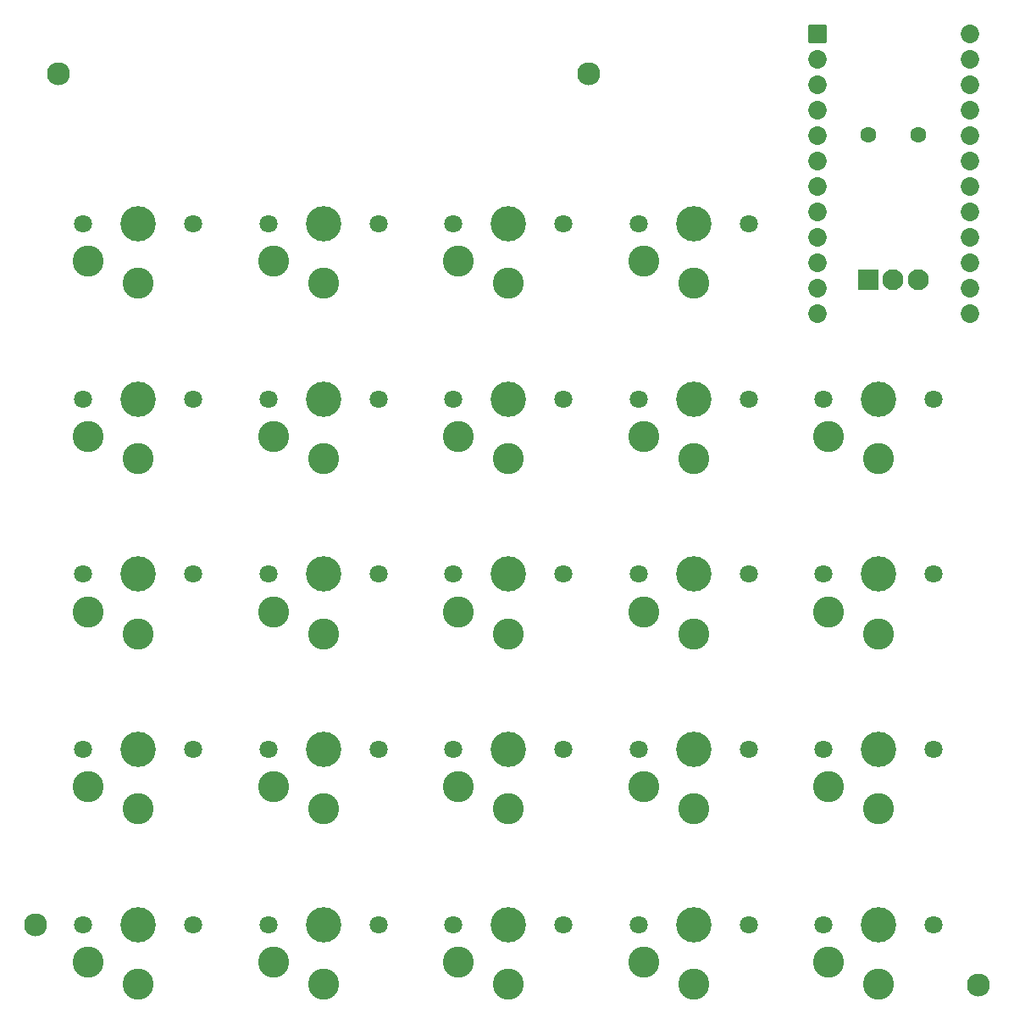
<source format=gbr>
%TF.GenerationSoftware,KiCad,Pcbnew,7.0.10*%
%TF.CreationDate,2024-03-08T11:43:42+01:00*%
%TF.ProjectId,eepypad,65657079-7061-4642-9e6b-696361645f70,1.0*%
%TF.SameCoordinates,Original*%
%TF.FileFunction,Soldermask,Top*%
%TF.FilePolarity,Negative*%
%FSLAX46Y46*%
G04 Gerber Fmt 4.6, Leading zero omitted, Abs format (unit mm)*
G04 Created by KiCad (PCBNEW 7.0.10) date 2024-03-08 11:43:42*
%MOMM*%
%LPD*%
G01*
G04 APERTURE LIST*
G04 Aperture macros list*
%AMRoundRect*
0 Rectangle with rounded corners*
0 $1 Rounding radius*
0 $2 $3 $4 $5 $6 $7 $8 $9 X,Y pos of 4 corners*
0 Add a 4 corners polygon primitive as box body*
4,1,4,$2,$3,$4,$5,$6,$7,$8,$9,$2,$3,0*
0 Add four circle primitives for the rounded corners*
1,1,$1+$1,$2,$3*
1,1,$1+$1,$4,$5*
1,1,$1+$1,$6,$7*
1,1,$1+$1,$8,$9*
0 Add four rect primitives between the rounded corners*
20,1,$1+$1,$2,$3,$4,$5,0*
20,1,$1+$1,$4,$5,$6,$7,0*
20,1,$1+$1,$6,$7,$8,$9,0*
20,1,$1+$1,$8,$9,$2,$3,0*%
G04 Aperture macros list end*
%ADD10C,1.801800*%
%ADD11C,3.100000*%
%ADD12C,3.529000*%
%ADD13C,2.300000*%
%ADD14RoundRect,0.050000X-0.876300X0.876300X-0.876300X-0.876300X0.876300X-0.876300X0.876300X0.876300X0*%
%ADD15C,1.852600*%
%ADD16C,1.600000*%
%ADD17RoundRect,0.050000X1.000000X-1.000000X1.000000X1.000000X-1.000000X1.000000X-1.000000X-1.000000X0*%
%ADD18C,2.100000*%
G04 APERTURE END LIST*
D10*
%TO.C,S16*%
X161000000Y-150000000D03*
D11*
X155500000Y-155950000D03*
D12*
X155500000Y-150000000D03*
D11*
X150500000Y-153750000D03*
D10*
X150000000Y-150000000D03*
%TD*%
%TO.C,S7*%
X124000000Y-132500000D03*
D11*
X118500000Y-138450000D03*
D12*
X118500000Y-132500000D03*
D11*
X113500000Y-136250000D03*
D10*
X113000000Y-132500000D03*
%TD*%
%TO.C,S5*%
X105500000Y-80000000D03*
D11*
X100000000Y-85950000D03*
D12*
X100000000Y-80000000D03*
D11*
X95000000Y-83750000D03*
D10*
X94500000Y-80000000D03*
%TD*%
D13*
%TO.C,_4*%
X184000000Y-156000000D03*
%TD*%
%TO.C,_3*%
X89750000Y-150000000D03*
%TD*%
D10*
%TO.C,S15*%
X142500000Y-80000000D03*
D11*
X137000000Y-85950000D03*
D12*
X137000000Y-80000000D03*
D11*
X132000000Y-83750000D03*
D10*
X131500000Y-80000000D03*
%TD*%
%TO.C,S1*%
X105500000Y-150000000D03*
D11*
X100000000Y-155950000D03*
D12*
X100000000Y-150000000D03*
D11*
X95000000Y-153750000D03*
D10*
X94500000Y-150000000D03*
%TD*%
%TO.C,S2*%
X105500000Y-132500000D03*
D11*
X100000000Y-138450000D03*
D12*
X100000000Y-132500000D03*
D11*
X95000000Y-136250000D03*
D10*
X94500000Y-132500000D03*
%TD*%
%TO.C,S9*%
X124000000Y-97500000D03*
D11*
X118500000Y-103450000D03*
D12*
X118500000Y-97500000D03*
D11*
X113500000Y-101250000D03*
D10*
X113000000Y-97500000D03*
%TD*%
%TO.C,S22*%
X179500000Y-132500000D03*
D11*
X174000000Y-138450000D03*
D12*
X174000000Y-132500000D03*
D11*
X169000000Y-136250000D03*
D10*
X168500000Y-132500000D03*
%TD*%
%TO.C,S21*%
X179500000Y-150000000D03*
D11*
X174000000Y-155950000D03*
D12*
X174000000Y-150000000D03*
D11*
X169000000Y-153750000D03*
D10*
X168500000Y-150000000D03*
%TD*%
%TO.C,S8*%
X124000000Y-115000000D03*
D11*
X118500000Y-120950000D03*
D12*
X118500000Y-115000000D03*
D11*
X113500000Y-118750000D03*
D10*
X113000000Y-115000000D03*
%TD*%
%TO.C,S24*%
X179500000Y-97500000D03*
D11*
X174000000Y-103450000D03*
D12*
X174000000Y-97500000D03*
D11*
X169000000Y-101250000D03*
D10*
X168500000Y-97500000D03*
%TD*%
D13*
%TO.C,_2*%
X145000000Y-65000000D03*
%TD*%
D14*
%TO.C,MCU1*%
X167880000Y-61030000D03*
D15*
X167880000Y-63570000D03*
X167880000Y-66110000D03*
X167880000Y-68650000D03*
X167880000Y-71190000D03*
X167880000Y-73730000D03*
X167880000Y-76270000D03*
X167880000Y-78810000D03*
X167880000Y-81350000D03*
X167880000Y-83890000D03*
X167880000Y-86430000D03*
X167880000Y-88970000D03*
X183120000Y-61030000D03*
X183120000Y-63570000D03*
X183120000Y-66110000D03*
X183120000Y-68650000D03*
X183120000Y-71190000D03*
X183120000Y-73730000D03*
X183120000Y-76270000D03*
X183120000Y-78810000D03*
X183120000Y-81350000D03*
X183120000Y-83890000D03*
X183120000Y-86430000D03*
X183120000Y-88970000D03*
%TD*%
D10*
%TO.C,S11*%
X142500000Y-150000000D03*
D11*
X137000000Y-155950000D03*
D12*
X137000000Y-150000000D03*
D11*
X132000000Y-153750000D03*
D10*
X131500000Y-150000000D03*
%TD*%
%TO.C,S13*%
X142500000Y-115000000D03*
D11*
X137000000Y-120950000D03*
D12*
X137000000Y-115000000D03*
D11*
X132000000Y-118750000D03*
D10*
X131500000Y-115000000D03*
%TD*%
%TO.C,S12*%
X142500000Y-132500000D03*
D11*
X137000000Y-138450000D03*
D12*
X137000000Y-132500000D03*
D11*
X132000000Y-136250000D03*
D10*
X131500000Y-132500000D03*
%TD*%
D16*
%TO.C,ROT1*%
X172960000Y-71120000D03*
X177960000Y-71120000D03*
D17*
X172960000Y-85620000D03*
D18*
X177960000Y-85620000D03*
X175460000Y-85620000D03*
%TD*%
D10*
%TO.C,S10*%
X124000000Y-80000000D03*
D11*
X118500000Y-85950000D03*
D12*
X118500000Y-80000000D03*
D11*
X113500000Y-83750000D03*
D10*
X113000000Y-80000000D03*
%TD*%
%TO.C,S18*%
X161000000Y-115000000D03*
D11*
X155500000Y-120950000D03*
D12*
X155500000Y-115000000D03*
D11*
X150500000Y-118750000D03*
D10*
X150000000Y-115000000D03*
%TD*%
%TO.C,S14*%
X142500000Y-97500000D03*
D11*
X137000000Y-103450000D03*
D12*
X137000000Y-97500000D03*
D11*
X132000000Y-101250000D03*
D10*
X131500000Y-97500000D03*
%TD*%
%TO.C,S19*%
X161000000Y-97500000D03*
D11*
X155500000Y-103450000D03*
D12*
X155500000Y-97500000D03*
D11*
X150500000Y-101250000D03*
D10*
X150000000Y-97500000D03*
%TD*%
D13*
%TO.C,_1*%
X92000000Y-65000000D03*
%TD*%
D10*
%TO.C,S3*%
X105500000Y-115000000D03*
D11*
X100000000Y-120950000D03*
D12*
X100000000Y-115000000D03*
D11*
X95000000Y-118750000D03*
D10*
X94500000Y-115000000D03*
%TD*%
%TO.C,S23*%
X179500000Y-115000000D03*
D11*
X174000000Y-120950000D03*
D12*
X174000000Y-115000000D03*
D11*
X169000000Y-118750000D03*
D10*
X168500000Y-115000000D03*
%TD*%
%TO.C,S4*%
X105500000Y-97500000D03*
D11*
X100000000Y-103450000D03*
D12*
X100000000Y-97500000D03*
D11*
X95000000Y-101250000D03*
D10*
X94500000Y-97500000D03*
%TD*%
%TO.C,S6*%
X124000000Y-150000000D03*
D11*
X118500000Y-155950000D03*
D12*
X118500000Y-150000000D03*
D11*
X113500000Y-153750000D03*
D10*
X113000000Y-150000000D03*
%TD*%
%TO.C,S17*%
X161000000Y-132500000D03*
D11*
X155500000Y-138450000D03*
D12*
X155500000Y-132500000D03*
D11*
X150500000Y-136250000D03*
D10*
X150000000Y-132500000D03*
%TD*%
%TO.C,S20*%
X161000000Y-80000000D03*
D11*
X155500000Y-85950000D03*
D12*
X155500000Y-80000000D03*
D11*
X150500000Y-83750000D03*
D10*
X150000000Y-80000000D03*
%TD*%
M02*

</source>
